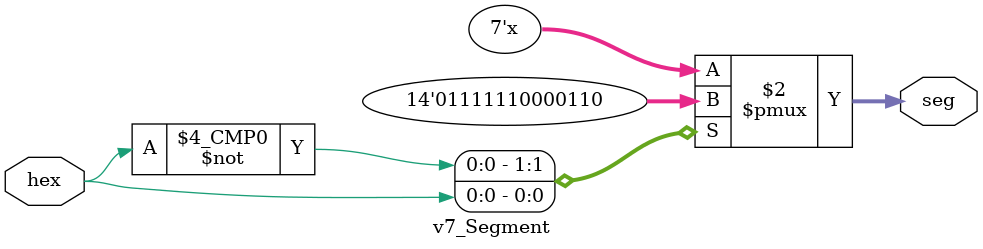
<source format=v>
`timescale 1ns / 1ps
module v7_Segment(
    input [0:0] hex,
    output reg [6:0] seg
    );

	always begin
		case(hex)
			4'b0000 : seg <= 7'b0111111;
			4'b0001 : seg <= 7'b0000110;
			4'b0010 : seg <= 7'b1011011;
			4'b0011 : seg <= 7'b1001111;
			4'b0100 : seg <= 7'b1100110;
			4'b0101 : seg <= 7'b1101101;
			4'b0110 : seg <= 7'b1111101;
			4'b0111 : seg <= 7'b0000111;
			4'b1000 : seg <= 7'b1111111;
			4'b1001 : seg <= 7'b1101111;
			4'b1010 : seg <= 7'b1110111;
			4'b1011 : seg <= 7'b1111100;
			4'b1100 : seg <= 7'b0111001;
			4'b1101 : seg <= 7'b1011110;
			4'b1110 : seg <= 7'b1111001;
			4'b1111 : seg <= 7'b1110001;
		endcase
	end

endmodule

</source>
